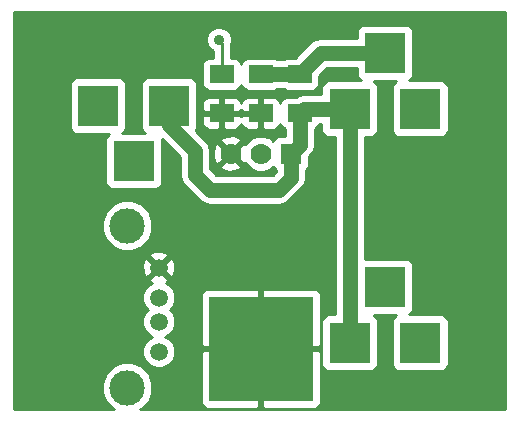
<source format=gbl>
G04 (created by PCBNEW (2013-07-07 BZR 4022)-stable) date 2/9/2014 3:44:45 PM*
%MOIN*%
G04 Gerber Fmt 3.4, Leading zero omitted, Abs format*
%FSLAX34Y34*%
G01*
G70*
G90*
G04 APERTURE LIST*
%ADD10C,0.00590551*%
%ADD11C,0.0591*%
%ADD12C,0.1181*%
%ADD13R,0.07X0.07*%
%ADD14C,0.07*%
%ADD15R,0.35X0.35*%
%ADD16R,0.08X0.06*%
%ADD17R,0.1378X0.1378*%
%ADD18C,0.035*%
%ADD19C,0.05*%
%ADD20C,0.01*%
G04 APERTURE END LIST*
G54D10*
G54D11*
X71900Y-51200D03*
X71900Y-50200D03*
X71900Y-49400D03*
X71900Y-48400D03*
G54D12*
X70850Y-52400D03*
X70850Y-47000D03*
G54D13*
X76300Y-44600D03*
G54D14*
X74300Y-44600D03*
X75300Y-44600D03*
G54D15*
X75300Y-51100D03*
G54D16*
X76600Y-43250D03*
X76600Y-41950D03*
X75300Y-43250D03*
X75300Y-41950D03*
X74000Y-43250D03*
X74000Y-41950D03*
G54D17*
X72241Y-43000D03*
X69879Y-43000D03*
X71060Y-44850D03*
X78259Y-43100D03*
X80621Y-43100D03*
X79440Y-41250D03*
X78259Y-50900D03*
X80621Y-50900D03*
X79440Y-49050D03*
G54D18*
X73900Y-40800D03*
G54D19*
X72241Y-43000D02*
X72241Y-43641D01*
X76300Y-45400D02*
X76300Y-44600D01*
X75900Y-45800D02*
X76300Y-45400D01*
X73600Y-45800D02*
X75900Y-45800D01*
X73100Y-45300D02*
X73600Y-45800D01*
X73100Y-44500D02*
X73100Y-45300D01*
X72241Y-43641D02*
X73100Y-44500D01*
X78259Y-50900D02*
X78259Y-43100D01*
X76600Y-43250D02*
X76600Y-44300D01*
X76600Y-44300D02*
X76300Y-44600D01*
X78259Y-43100D02*
X76750Y-43100D01*
X76750Y-43100D02*
X76600Y-43250D01*
X76600Y-41950D02*
X75300Y-41950D01*
X79440Y-41250D02*
X77300Y-41250D01*
X77300Y-41250D02*
X76600Y-41950D01*
G54D20*
X74000Y-40900D02*
X74000Y-41950D01*
X73900Y-40800D02*
X74000Y-40900D01*
G54D10*
G36*
X83430Y-53130D02*
X81560Y-53130D01*
X81560Y-51539D01*
X81560Y-50161D01*
X81522Y-50069D01*
X81451Y-49999D01*
X81359Y-49961D01*
X81260Y-49960D01*
X80246Y-49960D01*
X80270Y-49951D01*
X80340Y-49880D01*
X80378Y-49788D01*
X80379Y-49689D01*
X80379Y-48311D01*
X80341Y-48219D01*
X80270Y-48149D01*
X80178Y-48111D01*
X80079Y-48110D01*
X78759Y-48110D01*
X78759Y-44039D01*
X78997Y-44039D01*
X79089Y-44001D01*
X79159Y-43930D01*
X79197Y-43838D01*
X79198Y-43739D01*
X79198Y-42361D01*
X79160Y-42269D01*
X79089Y-42199D01*
X79065Y-42189D01*
X79814Y-42189D01*
X79790Y-42198D01*
X79720Y-42269D01*
X79682Y-42361D01*
X79681Y-42460D01*
X79681Y-43838D01*
X79719Y-43930D01*
X79790Y-44000D01*
X79882Y-44038D01*
X79981Y-44039D01*
X81359Y-44039D01*
X81451Y-44001D01*
X81521Y-43930D01*
X81559Y-43838D01*
X81560Y-43739D01*
X81560Y-42361D01*
X81522Y-42269D01*
X81451Y-42199D01*
X81359Y-42161D01*
X81260Y-42160D01*
X80246Y-42160D01*
X80270Y-42151D01*
X80340Y-42080D01*
X80378Y-41988D01*
X80379Y-41889D01*
X80379Y-40511D01*
X80341Y-40419D01*
X80270Y-40349D01*
X80178Y-40311D01*
X80079Y-40310D01*
X78701Y-40310D01*
X78609Y-40348D01*
X78539Y-40419D01*
X78501Y-40511D01*
X78500Y-40610D01*
X78500Y-40750D01*
X77300Y-40750D01*
X77299Y-40750D01*
X77108Y-40788D01*
X76946Y-40896D01*
X76946Y-40896D01*
X76442Y-41399D01*
X76150Y-41399D01*
X76058Y-41437D01*
X76046Y-41450D01*
X75853Y-41450D01*
X75841Y-41438D01*
X75749Y-41400D01*
X75650Y-41399D01*
X74850Y-41399D01*
X74758Y-41437D01*
X74688Y-41508D01*
X74650Y-41600D01*
X74650Y-41600D01*
X74612Y-41508D01*
X74541Y-41438D01*
X74449Y-41400D01*
X74350Y-41399D01*
X74300Y-41399D01*
X74300Y-40944D01*
X74324Y-40884D01*
X74325Y-40715D01*
X74260Y-40559D01*
X74141Y-40439D01*
X73984Y-40375D01*
X73815Y-40374D01*
X73659Y-40439D01*
X73539Y-40558D01*
X73475Y-40715D01*
X73474Y-40884D01*
X73539Y-41040D01*
X73658Y-41160D01*
X73700Y-41177D01*
X73700Y-41399D01*
X73550Y-41399D01*
X73458Y-41437D01*
X73388Y-41508D01*
X73350Y-41600D01*
X73349Y-41699D01*
X73349Y-42299D01*
X73387Y-42391D01*
X73458Y-42461D01*
X73550Y-42499D01*
X73649Y-42500D01*
X74449Y-42500D01*
X74541Y-42462D01*
X74611Y-42391D01*
X74649Y-42299D01*
X74649Y-42299D01*
X74649Y-42299D01*
X74687Y-42391D01*
X74758Y-42461D01*
X74850Y-42499D01*
X74949Y-42500D01*
X75749Y-42500D01*
X75841Y-42462D01*
X75853Y-42450D01*
X76046Y-42450D01*
X76058Y-42461D01*
X76150Y-42499D01*
X76249Y-42500D01*
X77049Y-42500D01*
X77141Y-42462D01*
X77211Y-42391D01*
X77249Y-42299D01*
X77250Y-42200D01*
X77250Y-42007D01*
X77507Y-41750D01*
X78500Y-41750D01*
X78500Y-41988D01*
X78538Y-42080D01*
X78609Y-42150D01*
X78633Y-42160D01*
X77520Y-42160D01*
X77428Y-42198D01*
X77358Y-42269D01*
X77320Y-42361D01*
X77319Y-42460D01*
X77319Y-42600D01*
X76750Y-42600D01*
X76558Y-42638D01*
X76466Y-42699D01*
X76150Y-42699D01*
X76058Y-42737D01*
X75988Y-42808D01*
X75950Y-42900D01*
X75950Y-42900D01*
X75912Y-42808D01*
X75841Y-42738D01*
X75749Y-42700D01*
X75650Y-42699D01*
X75412Y-42700D01*
X75350Y-42762D01*
X75350Y-43200D01*
X75357Y-43200D01*
X75357Y-43300D01*
X75350Y-43300D01*
X75350Y-43737D01*
X75412Y-43800D01*
X75650Y-43800D01*
X75749Y-43799D01*
X75841Y-43761D01*
X75912Y-43691D01*
X75950Y-43599D01*
X75987Y-43691D01*
X76058Y-43761D01*
X76100Y-43779D01*
X76100Y-43999D01*
X75900Y-43999D01*
X75808Y-44037D01*
X75738Y-44108D01*
X75714Y-44165D01*
X75640Y-44091D01*
X75419Y-44000D01*
X75250Y-43999D01*
X75250Y-43737D01*
X75250Y-43300D01*
X75250Y-43200D01*
X75250Y-42762D01*
X75187Y-42700D01*
X74949Y-42699D01*
X74850Y-42700D01*
X74758Y-42738D01*
X74687Y-42808D01*
X74650Y-42900D01*
X74612Y-42808D01*
X74541Y-42738D01*
X74449Y-42700D01*
X74350Y-42699D01*
X74112Y-42700D01*
X74050Y-42762D01*
X74050Y-43200D01*
X74587Y-43200D01*
X74650Y-43137D01*
X74712Y-43200D01*
X75250Y-43200D01*
X75250Y-43300D01*
X74712Y-43300D01*
X74650Y-43362D01*
X74587Y-43300D01*
X74050Y-43300D01*
X74050Y-43737D01*
X74112Y-43800D01*
X74350Y-43800D01*
X74449Y-43799D01*
X74541Y-43761D01*
X74612Y-43691D01*
X74650Y-43599D01*
X74687Y-43691D01*
X74758Y-43761D01*
X74850Y-43799D01*
X74949Y-43800D01*
X75187Y-43800D01*
X75250Y-43737D01*
X75250Y-43999D01*
X75181Y-43999D01*
X74960Y-44091D01*
X74791Y-44259D01*
X74787Y-44270D01*
X74722Y-44248D01*
X74651Y-44319D01*
X74651Y-44177D01*
X74617Y-44077D01*
X74393Y-43995D01*
X74155Y-44005D01*
X73982Y-44077D01*
X73950Y-44173D01*
X73950Y-43737D01*
X73950Y-43300D01*
X73950Y-43200D01*
X73950Y-42762D01*
X73887Y-42700D01*
X73649Y-42699D01*
X73550Y-42700D01*
X73458Y-42738D01*
X73387Y-42808D01*
X73349Y-42900D01*
X73350Y-43137D01*
X73412Y-43200D01*
X73950Y-43200D01*
X73950Y-43300D01*
X73412Y-43300D01*
X73350Y-43362D01*
X73349Y-43599D01*
X73387Y-43691D01*
X73458Y-43761D01*
X73550Y-43799D01*
X73649Y-43800D01*
X73887Y-43800D01*
X73950Y-43737D01*
X73950Y-44173D01*
X73948Y-44177D01*
X74300Y-44529D01*
X74651Y-44177D01*
X74651Y-44319D01*
X74370Y-44600D01*
X74722Y-44951D01*
X74787Y-44929D01*
X74791Y-44939D01*
X74959Y-45108D01*
X75180Y-45199D01*
X75418Y-45200D01*
X75639Y-45108D01*
X75714Y-45034D01*
X75737Y-45091D01*
X75800Y-45153D01*
X75800Y-45192D01*
X75692Y-45300D01*
X74651Y-45300D01*
X74651Y-45022D01*
X74300Y-44670D01*
X74229Y-44741D01*
X74229Y-44600D01*
X73877Y-44248D01*
X73777Y-44282D01*
X73695Y-44506D01*
X73705Y-44744D01*
X73777Y-44917D01*
X73877Y-44951D01*
X74229Y-44600D01*
X74229Y-44741D01*
X73948Y-45022D01*
X73982Y-45122D01*
X74206Y-45204D01*
X74444Y-45194D01*
X74617Y-45122D01*
X74651Y-45022D01*
X74651Y-45300D01*
X73807Y-45300D01*
X73600Y-45092D01*
X73600Y-44500D01*
X73600Y-44500D01*
X73600Y-44500D01*
X73561Y-44308D01*
X73453Y-44146D01*
X73139Y-43832D01*
X73141Y-43830D01*
X73179Y-43738D01*
X73180Y-43639D01*
X73180Y-42261D01*
X73142Y-42169D01*
X73071Y-42099D01*
X72979Y-42061D01*
X72880Y-42060D01*
X71502Y-42060D01*
X71410Y-42098D01*
X71340Y-42169D01*
X71302Y-42261D01*
X71301Y-42360D01*
X71301Y-43738D01*
X71339Y-43830D01*
X71410Y-43900D01*
X71434Y-43910D01*
X70685Y-43910D01*
X70709Y-43901D01*
X70779Y-43830D01*
X70817Y-43738D01*
X70818Y-43639D01*
X70818Y-42261D01*
X70780Y-42169D01*
X70709Y-42099D01*
X70617Y-42061D01*
X70518Y-42060D01*
X69140Y-42060D01*
X69048Y-42098D01*
X68978Y-42169D01*
X68940Y-42261D01*
X68939Y-42360D01*
X68939Y-43738D01*
X68977Y-43830D01*
X69048Y-43900D01*
X69140Y-43938D01*
X69239Y-43939D01*
X70253Y-43939D01*
X70229Y-43948D01*
X70159Y-44019D01*
X70121Y-44111D01*
X70120Y-44210D01*
X70120Y-45588D01*
X70158Y-45680D01*
X70229Y-45750D01*
X70321Y-45788D01*
X70420Y-45789D01*
X71798Y-45789D01*
X71890Y-45751D01*
X71960Y-45680D01*
X71998Y-45588D01*
X71999Y-45489D01*
X71999Y-44111D01*
X71995Y-44102D01*
X72600Y-44707D01*
X72600Y-45299D01*
X72599Y-45300D01*
X72638Y-45491D01*
X72746Y-45653D01*
X73246Y-46153D01*
X73246Y-46153D01*
X73408Y-46261D01*
X73600Y-46300D01*
X75899Y-46300D01*
X75900Y-46300D01*
X75900Y-46300D01*
X76091Y-46261D01*
X76253Y-46153D01*
X76653Y-45753D01*
X76653Y-45753D01*
X76653Y-45753D01*
X76761Y-45591D01*
X76761Y-45591D01*
X76792Y-45438D01*
X76800Y-45400D01*
X76799Y-45400D01*
X76800Y-45400D01*
X76800Y-45153D01*
X76861Y-45091D01*
X76899Y-44999D01*
X76900Y-44900D01*
X76900Y-44707D01*
X76953Y-44653D01*
X76953Y-44653D01*
X76953Y-44653D01*
X77061Y-44491D01*
X77100Y-44300D01*
X77099Y-44300D01*
X77100Y-44300D01*
X77100Y-43779D01*
X77141Y-43762D01*
X77211Y-43691D01*
X77249Y-43600D01*
X77319Y-43600D01*
X77319Y-43838D01*
X77357Y-43930D01*
X77428Y-44000D01*
X77520Y-44038D01*
X77619Y-44039D01*
X77759Y-44039D01*
X77759Y-49960D01*
X77520Y-49960D01*
X77428Y-49998D01*
X77358Y-50069D01*
X77320Y-50161D01*
X77319Y-50260D01*
X77319Y-51638D01*
X77357Y-51730D01*
X77428Y-51800D01*
X77520Y-51838D01*
X77619Y-51839D01*
X78997Y-51839D01*
X79089Y-51801D01*
X79159Y-51730D01*
X79197Y-51638D01*
X79198Y-51539D01*
X79198Y-50161D01*
X79160Y-50069D01*
X79089Y-49999D01*
X79065Y-49989D01*
X79814Y-49989D01*
X79790Y-49998D01*
X79720Y-50069D01*
X79682Y-50161D01*
X79681Y-50260D01*
X79681Y-51638D01*
X79719Y-51730D01*
X79790Y-51800D01*
X79882Y-51838D01*
X79981Y-51839D01*
X81359Y-51839D01*
X81451Y-51801D01*
X81521Y-51730D01*
X81559Y-51638D01*
X81560Y-51539D01*
X81560Y-53130D01*
X77300Y-53130D01*
X77300Y-52899D01*
X77300Y-49300D01*
X77262Y-49208D01*
X77191Y-49138D01*
X77099Y-49100D01*
X77000Y-49099D01*
X75412Y-49100D01*
X75350Y-49162D01*
X75350Y-51050D01*
X77237Y-51050D01*
X77300Y-50987D01*
X77300Y-49300D01*
X77300Y-52899D01*
X77300Y-51212D01*
X77237Y-51150D01*
X75350Y-51150D01*
X75350Y-53037D01*
X75412Y-53100D01*
X77000Y-53100D01*
X77099Y-53099D01*
X77191Y-53061D01*
X77262Y-52991D01*
X77300Y-52899D01*
X77300Y-53130D01*
X75250Y-53130D01*
X75250Y-53037D01*
X75250Y-51150D01*
X75250Y-51050D01*
X75250Y-49162D01*
X75187Y-49100D01*
X73599Y-49099D01*
X73500Y-49100D01*
X73408Y-49138D01*
X73337Y-49208D01*
X73299Y-49300D01*
X73300Y-50987D01*
X73362Y-51050D01*
X75250Y-51050D01*
X75250Y-51150D01*
X73362Y-51150D01*
X73300Y-51212D01*
X73299Y-52899D01*
X73337Y-52991D01*
X73408Y-53061D01*
X73500Y-53099D01*
X73599Y-53100D01*
X75187Y-53100D01*
X75250Y-53037D01*
X75250Y-53130D01*
X72450Y-53130D01*
X72450Y-48480D01*
X72439Y-48263D01*
X72377Y-48114D01*
X72282Y-48088D01*
X72211Y-48158D01*
X72211Y-48017D01*
X72185Y-47922D01*
X71980Y-47849D01*
X71763Y-47860D01*
X71690Y-47891D01*
X71690Y-46833D01*
X71562Y-46524D01*
X71326Y-46287D01*
X71017Y-46159D01*
X70683Y-46159D01*
X70374Y-46287D01*
X70137Y-46523D01*
X70009Y-46832D01*
X70009Y-47166D01*
X70137Y-47475D01*
X70373Y-47712D01*
X70682Y-47840D01*
X71016Y-47840D01*
X71325Y-47712D01*
X71562Y-47476D01*
X71690Y-47167D01*
X71690Y-46833D01*
X71690Y-47891D01*
X71614Y-47922D01*
X71588Y-48017D01*
X71900Y-48329D01*
X72211Y-48017D01*
X72211Y-48158D01*
X71970Y-48400D01*
X72282Y-48711D01*
X72377Y-48685D01*
X72450Y-48480D01*
X72450Y-53130D01*
X72445Y-53130D01*
X72445Y-51091D01*
X72362Y-50891D01*
X72209Y-50737D01*
X72118Y-50700D01*
X72208Y-50662D01*
X72362Y-50509D01*
X72445Y-50308D01*
X72445Y-50091D01*
X72362Y-49891D01*
X72271Y-49799D01*
X72362Y-49709D01*
X72445Y-49508D01*
X72445Y-49291D01*
X72362Y-49091D01*
X72209Y-48937D01*
X72124Y-48902D01*
X72185Y-48877D01*
X72211Y-48782D01*
X71900Y-48470D01*
X71829Y-48541D01*
X71829Y-48400D01*
X71517Y-48088D01*
X71422Y-48114D01*
X71349Y-48319D01*
X71360Y-48536D01*
X71422Y-48685D01*
X71517Y-48711D01*
X71829Y-48400D01*
X71829Y-48541D01*
X71588Y-48782D01*
X71614Y-48877D01*
X71679Y-48900D01*
X71591Y-48937D01*
X71437Y-49090D01*
X71354Y-49291D01*
X71354Y-49508D01*
X71437Y-49708D01*
X71528Y-49800D01*
X71437Y-49890D01*
X71354Y-50091D01*
X71354Y-50308D01*
X71437Y-50508D01*
X71590Y-50662D01*
X71681Y-50699D01*
X71591Y-50737D01*
X71437Y-50890D01*
X71354Y-51091D01*
X71354Y-51308D01*
X71437Y-51508D01*
X71590Y-51662D01*
X71791Y-51745D01*
X72008Y-51745D01*
X72208Y-51662D01*
X72362Y-51509D01*
X72445Y-51308D01*
X72445Y-51091D01*
X72445Y-53130D01*
X71283Y-53130D01*
X71325Y-53112D01*
X71562Y-52876D01*
X71690Y-52567D01*
X71690Y-52233D01*
X71562Y-51924D01*
X71326Y-51687D01*
X71017Y-51559D01*
X70683Y-51559D01*
X70374Y-51687D01*
X70137Y-51923D01*
X70009Y-52232D01*
X70009Y-52566D01*
X70137Y-52875D01*
X70373Y-53112D01*
X70417Y-53130D01*
X67100Y-53130D01*
X67069Y-53130D01*
X67069Y-39869D01*
X83430Y-39869D01*
X83430Y-53130D01*
X83430Y-53130D01*
G37*
G54D20*
X83430Y-53130D02*
X81560Y-53130D01*
X81560Y-51539D01*
X81560Y-50161D01*
X81522Y-50069D01*
X81451Y-49999D01*
X81359Y-49961D01*
X81260Y-49960D01*
X80246Y-49960D01*
X80270Y-49951D01*
X80340Y-49880D01*
X80378Y-49788D01*
X80379Y-49689D01*
X80379Y-48311D01*
X80341Y-48219D01*
X80270Y-48149D01*
X80178Y-48111D01*
X80079Y-48110D01*
X78759Y-48110D01*
X78759Y-44039D01*
X78997Y-44039D01*
X79089Y-44001D01*
X79159Y-43930D01*
X79197Y-43838D01*
X79198Y-43739D01*
X79198Y-42361D01*
X79160Y-42269D01*
X79089Y-42199D01*
X79065Y-42189D01*
X79814Y-42189D01*
X79790Y-42198D01*
X79720Y-42269D01*
X79682Y-42361D01*
X79681Y-42460D01*
X79681Y-43838D01*
X79719Y-43930D01*
X79790Y-44000D01*
X79882Y-44038D01*
X79981Y-44039D01*
X81359Y-44039D01*
X81451Y-44001D01*
X81521Y-43930D01*
X81559Y-43838D01*
X81560Y-43739D01*
X81560Y-42361D01*
X81522Y-42269D01*
X81451Y-42199D01*
X81359Y-42161D01*
X81260Y-42160D01*
X80246Y-42160D01*
X80270Y-42151D01*
X80340Y-42080D01*
X80378Y-41988D01*
X80379Y-41889D01*
X80379Y-40511D01*
X80341Y-40419D01*
X80270Y-40349D01*
X80178Y-40311D01*
X80079Y-40310D01*
X78701Y-40310D01*
X78609Y-40348D01*
X78539Y-40419D01*
X78501Y-40511D01*
X78500Y-40610D01*
X78500Y-40750D01*
X77300Y-40750D01*
X77299Y-40750D01*
X77108Y-40788D01*
X76946Y-40896D01*
X76946Y-40896D01*
X76442Y-41399D01*
X76150Y-41399D01*
X76058Y-41437D01*
X76046Y-41450D01*
X75853Y-41450D01*
X75841Y-41438D01*
X75749Y-41400D01*
X75650Y-41399D01*
X74850Y-41399D01*
X74758Y-41437D01*
X74688Y-41508D01*
X74650Y-41600D01*
X74650Y-41600D01*
X74612Y-41508D01*
X74541Y-41438D01*
X74449Y-41400D01*
X74350Y-41399D01*
X74300Y-41399D01*
X74300Y-40944D01*
X74324Y-40884D01*
X74325Y-40715D01*
X74260Y-40559D01*
X74141Y-40439D01*
X73984Y-40375D01*
X73815Y-40374D01*
X73659Y-40439D01*
X73539Y-40558D01*
X73475Y-40715D01*
X73474Y-40884D01*
X73539Y-41040D01*
X73658Y-41160D01*
X73700Y-41177D01*
X73700Y-41399D01*
X73550Y-41399D01*
X73458Y-41437D01*
X73388Y-41508D01*
X73350Y-41600D01*
X73349Y-41699D01*
X73349Y-42299D01*
X73387Y-42391D01*
X73458Y-42461D01*
X73550Y-42499D01*
X73649Y-42500D01*
X74449Y-42500D01*
X74541Y-42462D01*
X74611Y-42391D01*
X74649Y-42299D01*
X74649Y-42299D01*
X74649Y-42299D01*
X74687Y-42391D01*
X74758Y-42461D01*
X74850Y-42499D01*
X74949Y-42500D01*
X75749Y-42500D01*
X75841Y-42462D01*
X75853Y-42450D01*
X76046Y-42450D01*
X76058Y-42461D01*
X76150Y-42499D01*
X76249Y-42500D01*
X77049Y-42500D01*
X77141Y-42462D01*
X77211Y-42391D01*
X77249Y-42299D01*
X77250Y-42200D01*
X77250Y-42007D01*
X77507Y-41750D01*
X78500Y-41750D01*
X78500Y-41988D01*
X78538Y-42080D01*
X78609Y-42150D01*
X78633Y-42160D01*
X77520Y-42160D01*
X77428Y-42198D01*
X77358Y-42269D01*
X77320Y-42361D01*
X77319Y-42460D01*
X77319Y-42600D01*
X76750Y-42600D01*
X76558Y-42638D01*
X76466Y-42699D01*
X76150Y-42699D01*
X76058Y-42737D01*
X75988Y-42808D01*
X75950Y-42900D01*
X75950Y-42900D01*
X75912Y-42808D01*
X75841Y-42738D01*
X75749Y-42700D01*
X75650Y-42699D01*
X75412Y-42700D01*
X75350Y-42762D01*
X75350Y-43200D01*
X75357Y-43200D01*
X75357Y-43300D01*
X75350Y-43300D01*
X75350Y-43737D01*
X75412Y-43800D01*
X75650Y-43800D01*
X75749Y-43799D01*
X75841Y-43761D01*
X75912Y-43691D01*
X75950Y-43599D01*
X75987Y-43691D01*
X76058Y-43761D01*
X76100Y-43779D01*
X76100Y-43999D01*
X75900Y-43999D01*
X75808Y-44037D01*
X75738Y-44108D01*
X75714Y-44165D01*
X75640Y-44091D01*
X75419Y-44000D01*
X75250Y-43999D01*
X75250Y-43737D01*
X75250Y-43300D01*
X75250Y-43200D01*
X75250Y-42762D01*
X75187Y-42700D01*
X74949Y-42699D01*
X74850Y-42700D01*
X74758Y-42738D01*
X74687Y-42808D01*
X74650Y-42900D01*
X74612Y-42808D01*
X74541Y-42738D01*
X74449Y-42700D01*
X74350Y-42699D01*
X74112Y-42700D01*
X74050Y-42762D01*
X74050Y-43200D01*
X74587Y-43200D01*
X74650Y-43137D01*
X74712Y-43200D01*
X75250Y-43200D01*
X75250Y-43300D01*
X74712Y-43300D01*
X74650Y-43362D01*
X74587Y-43300D01*
X74050Y-43300D01*
X74050Y-43737D01*
X74112Y-43800D01*
X74350Y-43800D01*
X74449Y-43799D01*
X74541Y-43761D01*
X74612Y-43691D01*
X74650Y-43599D01*
X74687Y-43691D01*
X74758Y-43761D01*
X74850Y-43799D01*
X74949Y-43800D01*
X75187Y-43800D01*
X75250Y-43737D01*
X75250Y-43999D01*
X75181Y-43999D01*
X74960Y-44091D01*
X74791Y-44259D01*
X74787Y-44270D01*
X74722Y-44248D01*
X74651Y-44319D01*
X74651Y-44177D01*
X74617Y-44077D01*
X74393Y-43995D01*
X74155Y-44005D01*
X73982Y-44077D01*
X73950Y-44173D01*
X73950Y-43737D01*
X73950Y-43300D01*
X73950Y-43200D01*
X73950Y-42762D01*
X73887Y-42700D01*
X73649Y-42699D01*
X73550Y-42700D01*
X73458Y-42738D01*
X73387Y-42808D01*
X73349Y-42900D01*
X73350Y-43137D01*
X73412Y-43200D01*
X73950Y-43200D01*
X73950Y-43300D01*
X73412Y-43300D01*
X73350Y-43362D01*
X73349Y-43599D01*
X73387Y-43691D01*
X73458Y-43761D01*
X73550Y-43799D01*
X73649Y-43800D01*
X73887Y-43800D01*
X73950Y-43737D01*
X73950Y-44173D01*
X73948Y-44177D01*
X74300Y-44529D01*
X74651Y-44177D01*
X74651Y-44319D01*
X74370Y-44600D01*
X74722Y-44951D01*
X74787Y-44929D01*
X74791Y-44939D01*
X74959Y-45108D01*
X75180Y-45199D01*
X75418Y-45200D01*
X75639Y-45108D01*
X75714Y-45034D01*
X75737Y-45091D01*
X75800Y-45153D01*
X75800Y-45192D01*
X75692Y-45300D01*
X74651Y-45300D01*
X74651Y-45022D01*
X74300Y-44670D01*
X74229Y-44741D01*
X74229Y-44600D01*
X73877Y-44248D01*
X73777Y-44282D01*
X73695Y-44506D01*
X73705Y-44744D01*
X73777Y-44917D01*
X73877Y-44951D01*
X74229Y-44600D01*
X74229Y-44741D01*
X73948Y-45022D01*
X73982Y-45122D01*
X74206Y-45204D01*
X74444Y-45194D01*
X74617Y-45122D01*
X74651Y-45022D01*
X74651Y-45300D01*
X73807Y-45300D01*
X73600Y-45092D01*
X73600Y-44500D01*
X73600Y-44500D01*
X73600Y-44500D01*
X73561Y-44308D01*
X73453Y-44146D01*
X73139Y-43832D01*
X73141Y-43830D01*
X73179Y-43738D01*
X73180Y-43639D01*
X73180Y-42261D01*
X73142Y-42169D01*
X73071Y-42099D01*
X72979Y-42061D01*
X72880Y-42060D01*
X71502Y-42060D01*
X71410Y-42098D01*
X71340Y-42169D01*
X71302Y-42261D01*
X71301Y-42360D01*
X71301Y-43738D01*
X71339Y-43830D01*
X71410Y-43900D01*
X71434Y-43910D01*
X70685Y-43910D01*
X70709Y-43901D01*
X70779Y-43830D01*
X70817Y-43738D01*
X70818Y-43639D01*
X70818Y-42261D01*
X70780Y-42169D01*
X70709Y-42099D01*
X70617Y-42061D01*
X70518Y-42060D01*
X69140Y-42060D01*
X69048Y-42098D01*
X68978Y-42169D01*
X68940Y-42261D01*
X68939Y-42360D01*
X68939Y-43738D01*
X68977Y-43830D01*
X69048Y-43900D01*
X69140Y-43938D01*
X69239Y-43939D01*
X70253Y-43939D01*
X70229Y-43948D01*
X70159Y-44019D01*
X70121Y-44111D01*
X70120Y-44210D01*
X70120Y-45588D01*
X70158Y-45680D01*
X70229Y-45750D01*
X70321Y-45788D01*
X70420Y-45789D01*
X71798Y-45789D01*
X71890Y-45751D01*
X71960Y-45680D01*
X71998Y-45588D01*
X71999Y-45489D01*
X71999Y-44111D01*
X71995Y-44102D01*
X72600Y-44707D01*
X72600Y-45299D01*
X72599Y-45300D01*
X72638Y-45491D01*
X72746Y-45653D01*
X73246Y-46153D01*
X73246Y-46153D01*
X73408Y-46261D01*
X73600Y-46300D01*
X75899Y-46300D01*
X75900Y-46300D01*
X75900Y-46300D01*
X76091Y-46261D01*
X76253Y-46153D01*
X76653Y-45753D01*
X76653Y-45753D01*
X76653Y-45753D01*
X76761Y-45591D01*
X76761Y-45591D01*
X76792Y-45438D01*
X76800Y-45400D01*
X76799Y-45400D01*
X76800Y-45400D01*
X76800Y-45153D01*
X76861Y-45091D01*
X76899Y-44999D01*
X76900Y-44900D01*
X76900Y-44707D01*
X76953Y-44653D01*
X76953Y-44653D01*
X76953Y-44653D01*
X77061Y-44491D01*
X77100Y-44300D01*
X77099Y-44300D01*
X77100Y-44300D01*
X77100Y-43779D01*
X77141Y-43762D01*
X77211Y-43691D01*
X77249Y-43600D01*
X77319Y-43600D01*
X77319Y-43838D01*
X77357Y-43930D01*
X77428Y-44000D01*
X77520Y-44038D01*
X77619Y-44039D01*
X77759Y-44039D01*
X77759Y-49960D01*
X77520Y-49960D01*
X77428Y-49998D01*
X77358Y-50069D01*
X77320Y-50161D01*
X77319Y-50260D01*
X77319Y-51638D01*
X77357Y-51730D01*
X77428Y-51800D01*
X77520Y-51838D01*
X77619Y-51839D01*
X78997Y-51839D01*
X79089Y-51801D01*
X79159Y-51730D01*
X79197Y-51638D01*
X79198Y-51539D01*
X79198Y-50161D01*
X79160Y-50069D01*
X79089Y-49999D01*
X79065Y-49989D01*
X79814Y-49989D01*
X79790Y-49998D01*
X79720Y-50069D01*
X79682Y-50161D01*
X79681Y-50260D01*
X79681Y-51638D01*
X79719Y-51730D01*
X79790Y-51800D01*
X79882Y-51838D01*
X79981Y-51839D01*
X81359Y-51839D01*
X81451Y-51801D01*
X81521Y-51730D01*
X81559Y-51638D01*
X81560Y-51539D01*
X81560Y-53130D01*
X77300Y-53130D01*
X77300Y-52899D01*
X77300Y-49300D01*
X77262Y-49208D01*
X77191Y-49138D01*
X77099Y-49100D01*
X77000Y-49099D01*
X75412Y-49100D01*
X75350Y-49162D01*
X75350Y-51050D01*
X77237Y-51050D01*
X77300Y-50987D01*
X77300Y-49300D01*
X77300Y-52899D01*
X77300Y-51212D01*
X77237Y-51150D01*
X75350Y-51150D01*
X75350Y-53037D01*
X75412Y-53100D01*
X77000Y-53100D01*
X77099Y-53099D01*
X77191Y-53061D01*
X77262Y-52991D01*
X77300Y-52899D01*
X77300Y-53130D01*
X75250Y-53130D01*
X75250Y-53037D01*
X75250Y-51150D01*
X75250Y-51050D01*
X75250Y-49162D01*
X75187Y-49100D01*
X73599Y-49099D01*
X73500Y-49100D01*
X73408Y-49138D01*
X73337Y-49208D01*
X73299Y-49300D01*
X73300Y-50987D01*
X73362Y-51050D01*
X75250Y-51050D01*
X75250Y-51150D01*
X73362Y-51150D01*
X73300Y-51212D01*
X73299Y-52899D01*
X73337Y-52991D01*
X73408Y-53061D01*
X73500Y-53099D01*
X73599Y-53100D01*
X75187Y-53100D01*
X75250Y-53037D01*
X75250Y-53130D01*
X72450Y-53130D01*
X72450Y-48480D01*
X72439Y-48263D01*
X72377Y-48114D01*
X72282Y-48088D01*
X72211Y-48158D01*
X72211Y-48017D01*
X72185Y-47922D01*
X71980Y-47849D01*
X71763Y-47860D01*
X71690Y-47891D01*
X71690Y-46833D01*
X71562Y-46524D01*
X71326Y-46287D01*
X71017Y-46159D01*
X70683Y-46159D01*
X70374Y-46287D01*
X70137Y-46523D01*
X70009Y-46832D01*
X70009Y-47166D01*
X70137Y-47475D01*
X70373Y-47712D01*
X70682Y-47840D01*
X71016Y-47840D01*
X71325Y-47712D01*
X71562Y-47476D01*
X71690Y-47167D01*
X71690Y-46833D01*
X71690Y-47891D01*
X71614Y-47922D01*
X71588Y-48017D01*
X71900Y-48329D01*
X72211Y-48017D01*
X72211Y-48158D01*
X71970Y-48400D01*
X72282Y-48711D01*
X72377Y-48685D01*
X72450Y-48480D01*
X72450Y-53130D01*
X72445Y-53130D01*
X72445Y-51091D01*
X72362Y-50891D01*
X72209Y-50737D01*
X72118Y-50700D01*
X72208Y-50662D01*
X72362Y-50509D01*
X72445Y-50308D01*
X72445Y-50091D01*
X72362Y-49891D01*
X72271Y-49799D01*
X72362Y-49709D01*
X72445Y-49508D01*
X72445Y-49291D01*
X72362Y-49091D01*
X72209Y-48937D01*
X72124Y-48902D01*
X72185Y-48877D01*
X72211Y-48782D01*
X71900Y-48470D01*
X71829Y-48541D01*
X71829Y-48400D01*
X71517Y-48088D01*
X71422Y-48114D01*
X71349Y-48319D01*
X71360Y-48536D01*
X71422Y-48685D01*
X71517Y-48711D01*
X71829Y-48400D01*
X71829Y-48541D01*
X71588Y-48782D01*
X71614Y-48877D01*
X71679Y-48900D01*
X71591Y-48937D01*
X71437Y-49090D01*
X71354Y-49291D01*
X71354Y-49508D01*
X71437Y-49708D01*
X71528Y-49800D01*
X71437Y-49890D01*
X71354Y-50091D01*
X71354Y-50308D01*
X71437Y-50508D01*
X71590Y-50662D01*
X71681Y-50699D01*
X71591Y-50737D01*
X71437Y-50890D01*
X71354Y-51091D01*
X71354Y-51308D01*
X71437Y-51508D01*
X71590Y-51662D01*
X71791Y-51745D01*
X72008Y-51745D01*
X72208Y-51662D01*
X72362Y-51509D01*
X72445Y-51308D01*
X72445Y-51091D01*
X72445Y-53130D01*
X71283Y-53130D01*
X71325Y-53112D01*
X71562Y-52876D01*
X71690Y-52567D01*
X71690Y-52233D01*
X71562Y-51924D01*
X71326Y-51687D01*
X71017Y-51559D01*
X70683Y-51559D01*
X70374Y-51687D01*
X70137Y-51923D01*
X70009Y-52232D01*
X70009Y-52566D01*
X70137Y-52875D01*
X70373Y-53112D01*
X70417Y-53130D01*
X67100Y-53130D01*
X67069Y-53130D01*
X67069Y-39869D01*
X83430Y-39869D01*
X83430Y-53130D01*
M02*

</source>
